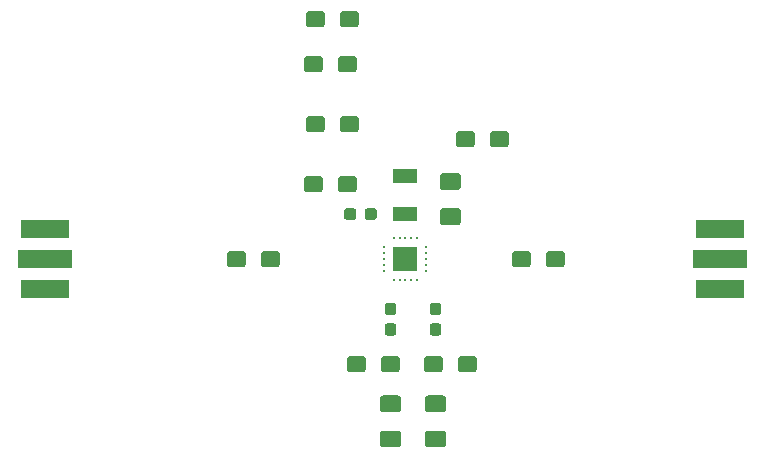
<source format=gbr>
G04 #@! TF.GenerationSoftware,KiCad,Pcbnew,5.1.2-f72e74a~84~ubuntu18.04.1*
G04 #@! TF.CreationDate,2019-07-08T14:48:41+02:00*
G04 #@! TF.ProjectId,ampli_rf_kicad,616d706c-695f-4726-965f-6b696361642e,rev?*
G04 #@! TF.SameCoordinates,Original*
G04 #@! TF.FileFunction,Paste,Top*
G04 #@! TF.FilePolarity,Positive*
%FSLAX46Y46*%
G04 Gerber Fmt 4.6, Leading zero omitted, Abs format (unit mm)*
G04 Created by KiCad (PCBNEW 5.1.2-f72e74a~84~ubuntu18.04.1) date 2019-07-08 14:48:41*
%MOMM*%
%LPD*%
G04 APERTURE LIST*
%ADD10R,4.060000X1.520000*%
%ADD11R,4.600000X1.520000*%
%ADD12R,2.150000X2.150000*%
%ADD13R,0.230000X0.230000*%
%ADD14C,0.100000*%
%ADD15C,1.425000*%
%ADD16C,0.950000*%
%ADD17R,2.000000X1.200000*%
%ADD18C,1.350000*%
G04 APERTURE END LIST*
D10*
X173990000Y-127000000D03*
X173990000Y-121920000D03*
D11*
X173990000Y-124460000D03*
D10*
X116840000Y-121920000D03*
X116840000Y-127000000D03*
D11*
X116840000Y-124460000D03*
D12*
X147320000Y-124460000D03*
D13*
X146320000Y-122675000D03*
X146820000Y-122675000D03*
X147320000Y-122675000D03*
X147820000Y-122675000D03*
X148320000Y-122675000D03*
X149105000Y-123460000D03*
X149105000Y-123960000D03*
X149105000Y-124460000D03*
X149105000Y-124960000D03*
X149105000Y-125460000D03*
X148320000Y-126245000D03*
X147820000Y-126245000D03*
X147320000Y-126245000D03*
X146820000Y-126245000D03*
X146320000Y-126245000D03*
X145535000Y-125460000D03*
X145535000Y-124960000D03*
X145535000Y-124460000D03*
X145535000Y-123960000D03*
X145535000Y-123460000D03*
D14*
G36*
X150509504Y-138988704D02*
G01*
X150533773Y-138992304D01*
X150557571Y-138998265D01*
X150580671Y-139006530D01*
X150602849Y-139017020D01*
X150623893Y-139029633D01*
X150643598Y-139044247D01*
X150661777Y-139060723D01*
X150678253Y-139078902D01*
X150692867Y-139098607D01*
X150705480Y-139119651D01*
X150715970Y-139141829D01*
X150724235Y-139164929D01*
X150730196Y-139188727D01*
X150733796Y-139212996D01*
X150735000Y-139237500D01*
X150735000Y-140162500D01*
X150733796Y-140187004D01*
X150730196Y-140211273D01*
X150724235Y-140235071D01*
X150715970Y-140258171D01*
X150705480Y-140280349D01*
X150692867Y-140301393D01*
X150678253Y-140321098D01*
X150661777Y-140339277D01*
X150643598Y-140355753D01*
X150623893Y-140370367D01*
X150602849Y-140382980D01*
X150580671Y-140393470D01*
X150557571Y-140401735D01*
X150533773Y-140407696D01*
X150509504Y-140411296D01*
X150485000Y-140412500D01*
X149235000Y-140412500D01*
X149210496Y-140411296D01*
X149186227Y-140407696D01*
X149162429Y-140401735D01*
X149139329Y-140393470D01*
X149117151Y-140382980D01*
X149096107Y-140370367D01*
X149076402Y-140355753D01*
X149058223Y-140339277D01*
X149041747Y-140321098D01*
X149027133Y-140301393D01*
X149014520Y-140280349D01*
X149004030Y-140258171D01*
X148995765Y-140235071D01*
X148989804Y-140211273D01*
X148986204Y-140187004D01*
X148985000Y-140162500D01*
X148985000Y-139237500D01*
X148986204Y-139212996D01*
X148989804Y-139188727D01*
X148995765Y-139164929D01*
X149004030Y-139141829D01*
X149014520Y-139119651D01*
X149027133Y-139098607D01*
X149041747Y-139078902D01*
X149058223Y-139060723D01*
X149076402Y-139044247D01*
X149096107Y-139029633D01*
X149117151Y-139017020D01*
X149139329Y-139006530D01*
X149162429Y-138998265D01*
X149186227Y-138992304D01*
X149210496Y-138988704D01*
X149235000Y-138987500D01*
X150485000Y-138987500D01*
X150509504Y-138988704D01*
X150509504Y-138988704D01*
G37*
D15*
X149860000Y-139700000D03*
D14*
G36*
X150509504Y-136013704D02*
G01*
X150533773Y-136017304D01*
X150557571Y-136023265D01*
X150580671Y-136031530D01*
X150602849Y-136042020D01*
X150623893Y-136054633D01*
X150643598Y-136069247D01*
X150661777Y-136085723D01*
X150678253Y-136103902D01*
X150692867Y-136123607D01*
X150705480Y-136144651D01*
X150715970Y-136166829D01*
X150724235Y-136189929D01*
X150730196Y-136213727D01*
X150733796Y-136237996D01*
X150735000Y-136262500D01*
X150735000Y-137187500D01*
X150733796Y-137212004D01*
X150730196Y-137236273D01*
X150724235Y-137260071D01*
X150715970Y-137283171D01*
X150705480Y-137305349D01*
X150692867Y-137326393D01*
X150678253Y-137346098D01*
X150661777Y-137364277D01*
X150643598Y-137380753D01*
X150623893Y-137395367D01*
X150602849Y-137407980D01*
X150580671Y-137418470D01*
X150557571Y-137426735D01*
X150533773Y-137432696D01*
X150509504Y-137436296D01*
X150485000Y-137437500D01*
X149235000Y-137437500D01*
X149210496Y-137436296D01*
X149186227Y-137432696D01*
X149162429Y-137426735D01*
X149139329Y-137418470D01*
X149117151Y-137407980D01*
X149096107Y-137395367D01*
X149076402Y-137380753D01*
X149058223Y-137364277D01*
X149041747Y-137346098D01*
X149027133Y-137326393D01*
X149014520Y-137305349D01*
X149004030Y-137283171D01*
X148995765Y-137260071D01*
X148989804Y-137236273D01*
X148986204Y-137212004D01*
X148985000Y-137187500D01*
X148985000Y-136262500D01*
X148986204Y-136237996D01*
X148989804Y-136213727D01*
X148995765Y-136189929D01*
X149004030Y-136166829D01*
X149014520Y-136144651D01*
X149027133Y-136123607D01*
X149041747Y-136103902D01*
X149058223Y-136085723D01*
X149076402Y-136069247D01*
X149096107Y-136054633D01*
X149117151Y-136042020D01*
X149139329Y-136031530D01*
X149162429Y-136023265D01*
X149186227Y-136017304D01*
X149210496Y-136013704D01*
X149235000Y-136012500D01*
X150485000Y-136012500D01*
X150509504Y-136013704D01*
X150509504Y-136013704D01*
G37*
D15*
X149860000Y-136725000D03*
D14*
G36*
X146699504Y-138988704D02*
G01*
X146723773Y-138992304D01*
X146747571Y-138998265D01*
X146770671Y-139006530D01*
X146792849Y-139017020D01*
X146813893Y-139029633D01*
X146833598Y-139044247D01*
X146851777Y-139060723D01*
X146868253Y-139078902D01*
X146882867Y-139098607D01*
X146895480Y-139119651D01*
X146905970Y-139141829D01*
X146914235Y-139164929D01*
X146920196Y-139188727D01*
X146923796Y-139212996D01*
X146925000Y-139237500D01*
X146925000Y-140162500D01*
X146923796Y-140187004D01*
X146920196Y-140211273D01*
X146914235Y-140235071D01*
X146905970Y-140258171D01*
X146895480Y-140280349D01*
X146882867Y-140301393D01*
X146868253Y-140321098D01*
X146851777Y-140339277D01*
X146833598Y-140355753D01*
X146813893Y-140370367D01*
X146792849Y-140382980D01*
X146770671Y-140393470D01*
X146747571Y-140401735D01*
X146723773Y-140407696D01*
X146699504Y-140411296D01*
X146675000Y-140412500D01*
X145425000Y-140412500D01*
X145400496Y-140411296D01*
X145376227Y-140407696D01*
X145352429Y-140401735D01*
X145329329Y-140393470D01*
X145307151Y-140382980D01*
X145286107Y-140370367D01*
X145266402Y-140355753D01*
X145248223Y-140339277D01*
X145231747Y-140321098D01*
X145217133Y-140301393D01*
X145204520Y-140280349D01*
X145194030Y-140258171D01*
X145185765Y-140235071D01*
X145179804Y-140211273D01*
X145176204Y-140187004D01*
X145175000Y-140162500D01*
X145175000Y-139237500D01*
X145176204Y-139212996D01*
X145179804Y-139188727D01*
X145185765Y-139164929D01*
X145194030Y-139141829D01*
X145204520Y-139119651D01*
X145217133Y-139098607D01*
X145231747Y-139078902D01*
X145248223Y-139060723D01*
X145266402Y-139044247D01*
X145286107Y-139029633D01*
X145307151Y-139017020D01*
X145329329Y-139006530D01*
X145352429Y-138998265D01*
X145376227Y-138992304D01*
X145400496Y-138988704D01*
X145425000Y-138987500D01*
X146675000Y-138987500D01*
X146699504Y-138988704D01*
X146699504Y-138988704D01*
G37*
D15*
X146050000Y-139700000D03*
D14*
G36*
X146699504Y-136013704D02*
G01*
X146723773Y-136017304D01*
X146747571Y-136023265D01*
X146770671Y-136031530D01*
X146792849Y-136042020D01*
X146813893Y-136054633D01*
X146833598Y-136069247D01*
X146851777Y-136085723D01*
X146868253Y-136103902D01*
X146882867Y-136123607D01*
X146895480Y-136144651D01*
X146905970Y-136166829D01*
X146914235Y-136189929D01*
X146920196Y-136213727D01*
X146923796Y-136237996D01*
X146925000Y-136262500D01*
X146925000Y-137187500D01*
X146923796Y-137212004D01*
X146920196Y-137236273D01*
X146914235Y-137260071D01*
X146905970Y-137283171D01*
X146895480Y-137305349D01*
X146882867Y-137326393D01*
X146868253Y-137346098D01*
X146851777Y-137364277D01*
X146833598Y-137380753D01*
X146813893Y-137395367D01*
X146792849Y-137407980D01*
X146770671Y-137418470D01*
X146747571Y-137426735D01*
X146723773Y-137432696D01*
X146699504Y-137436296D01*
X146675000Y-137437500D01*
X145425000Y-137437500D01*
X145400496Y-137436296D01*
X145376227Y-137432696D01*
X145352429Y-137426735D01*
X145329329Y-137418470D01*
X145307151Y-137407980D01*
X145286107Y-137395367D01*
X145266402Y-137380753D01*
X145248223Y-137364277D01*
X145231747Y-137346098D01*
X145217133Y-137326393D01*
X145204520Y-137305349D01*
X145194030Y-137283171D01*
X145185765Y-137260071D01*
X145179804Y-137236273D01*
X145176204Y-137212004D01*
X145175000Y-137187500D01*
X145175000Y-136262500D01*
X145176204Y-136237996D01*
X145179804Y-136213727D01*
X145185765Y-136189929D01*
X145194030Y-136166829D01*
X145204520Y-136144651D01*
X145217133Y-136123607D01*
X145231747Y-136103902D01*
X145248223Y-136085723D01*
X145266402Y-136069247D01*
X145286107Y-136054633D01*
X145307151Y-136042020D01*
X145329329Y-136031530D01*
X145352429Y-136023265D01*
X145376227Y-136017304D01*
X145400496Y-136013704D01*
X145425000Y-136012500D01*
X146675000Y-136012500D01*
X146699504Y-136013704D01*
X146699504Y-136013704D01*
G37*
D15*
X146050000Y-136725000D03*
D14*
G36*
X151779504Y-120156204D02*
G01*
X151803773Y-120159804D01*
X151827571Y-120165765D01*
X151850671Y-120174030D01*
X151872849Y-120184520D01*
X151893893Y-120197133D01*
X151913598Y-120211747D01*
X151931777Y-120228223D01*
X151948253Y-120246402D01*
X151962867Y-120266107D01*
X151975480Y-120287151D01*
X151985970Y-120309329D01*
X151994235Y-120332429D01*
X152000196Y-120356227D01*
X152003796Y-120380496D01*
X152005000Y-120405000D01*
X152005000Y-121330000D01*
X152003796Y-121354504D01*
X152000196Y-121378773D01*
X151994235Y-121402571D01*
X151985970Y-121425671D01*
X151975480Y-121447849D01*
X151962867Y-121468893D01*
X151948253Y-121488598D01*
X151931777Y-121506777D01*
X151913598Y-121523253D01*
X151893893Y-121537867D01*
X151872849Y-121550480D01*
X151850671Y-121560970D01*
X151827571Y-121569235D01*
X151803773Y-121575196D01*
X151779504Y-121578796D01*
X151755000Y-121580000D01*
X150505000Y-121580000D01*
X150480496Y-121578796D01*
X150456227Y-121575196D01*
X150432429Y-121569235D01*
X150409329Y-121560970D01*
X150387151Y-121550480D01*
X150366107Y-121537867D01*
X150346402Y-121523253D01*
X150328223Y-121506777D01*
X150311747Y-121488598D01*
X150297133Y-121468893D01*
X150284520Y-121447849D01*
X150274030Y-121425671D01*
X150265765Y-121402571D01*
X150259804Y-121378773D01*
X150256204Y-121354504D01*
X150255000Y-121330000D01*
X150255000Y-120405000D01*
X150256204Y-120380496D01*
X150259804Y-120356227D01*
X150265765Y-120332429D01*
X150274030Y-120309329D01*
X150284520Y-120287151D01*
X150297133Y-120266107D01*
X150311747Y-120246402D01*
X150328223Y-120228223D01*
X150346402Y-120211747D01*
X150366107Y-120197133D01*
X150387151Y-120184520D01*
X150409329Y-120174030D01*
X150432429Y-120165765D01*
X150456227Y-120159804D01*
X150480496Y-120156204D01*
X150505000Y-120155000D01*
X151755000Y-120155000D01*
X151779504Y-120156204D01*
X151779504Y-120156204D01*
G37*
D15*
X151130000Y-120867500D03*
D14*
G36*
X151779504Y-117181204D02*
G01*
X151803773Y-117184804D01*
X151827571Y-117190765D01*
X151850671Y-117199030D01*
X151872849Y-117209520D01*
X151893893Y-117222133D01*
X151913598Y-117236747D01*
X151931777Y-117253223D01*
X151948253Y-117271402D01*
X151962867Y-117291107D01*
X151975480Y-117312151D01*
X151985970Y-117334329D01*
X151994235Y-117357429D01*
X152000196Y-117381227D01*
X152003796Y-117405496D01*
X152005000Y-117430000D01*
X152005000Y-118355000D01*
X152003796Y-118379504D01*
X152000196Y-118403773D01*
X151994235Y-118427571D01*
X151985970Y-118450671D01*
X151975480Y-118472849D01*
X151962867Y-118493893D01*
X151948253Y-118513598D01*
X151931777Y-118531777D01*
X151913598Y-118548253D01*
X151893893Y-118562867D01*
X151872849Y-118575480D01*
X151850671Y-118585970D01*
X151827571Y-118594235D01*
X151803773Y-118600196D01*
X151779504Y-118603796D01*
X151755000Y-118605000D01*
X150505000Y-118605000D01*
X150480496Y-118603796D01*
X150456227Y-118600196D01*
X150432429Y-118594235D01*
X150409329Y-118585970D01*
X150387151Y-118575480D01*
X150366107Y-118562867D01*
X150346402Y-118548253D01*
X150328223Y-118531777D01*
X150311747Y-118513598D01*
X150297133Y-118493893D01*
X150284520Y-118472849D01*
X150274030Y-118450671D01*
X150265765Y-118427571D01*
X150259804Y-118403773D01*
X150256204Y-118379504D01*
X150255000Y-118355000D01*
X150255000Y-117430000D01*
X150256204Y-117405496D01*
X150259804Y-117381227D01*
X150265765Y-117357429D01*
X150274030Y-117334329D01*
X150284520Y-117312151D01*
X150297133Y-117291107D01*
X150311747Y-117271402D01*
X150328223Y-117253223D01*
X150346402Y-117236747D01*
X150366107Y-117222133D01*
X150387151Y-117209520D01*
X150409329Y-117199030D01*
X150432429Y-117190765D01*
X150456227Y-117184804D01*
X150480496Y-117181204D01*
X150505000Y-117180000D01*
X151755000Y-117180000D01*
X151779504Y-117181204D01*
X151779504Y-117181204D01*
G37*
D15*
X151130000Y-117892500D03*
D14*
G36*
X146310779Y-129891144D02*
G01*
X146333834Y-129894563D01*
X146356443Y-129900227D01*
X146378387Y-129908079D01*
X146399457Y-129918044D01*
X146419448Y-129930026D01*
X146438168Y-129943910D01*
X146455438Y-129959562D01*
X146471090Y-129976832D01*
X146484974Y-129995552D01*
X146496956Y-130015543D01*
X146506921Y-130036613D01*
X146514773Y-130058557D01*
X146520437Y-130081166D01*
X146523856Y-130104221D01*
X146525000Y-130127500D01*
X146525000Y-130702500D01*
X146523856Y-130725779D01*
X146520437Y-130748834D01*
X146514773Y-130771443D01*
X146506921Y-130793387D01*
X146496956Y-130814457D01*
X146484974Y-130834448D01*
X146471090Y-130853168D01*
X146455438Y-130870438D01*
X146438168Y-130886090D01*
X146419448Y-130899974D01*
X146399457Y-130911956D01*
X146378387Y-130921921D01*
X146356443Y-130929773D01*
X146333834Y-130935437D01*
X146310779Y-130938856D01*
X146287500Y-130940000D01*
X145812500Y-130940000D01*
X145789221Y-130938856D01*
X145766166Y-130935437D01*
X145743557Y-130929773D01*
X145721613Y-130921921D01*
X145700543Y-130911956D01*
X145680552Y-130899974D01*
X145661832Y-130886090D01*
X145644562Y-130870438D01*
X145628910Y-130853168D01*
X145615026Y-130834448D01*
X145603044Y-130814457D01*
X145593079Y-130793387D01*
X145585227Y-130771443D01*
X145579563Y-130748834D01*
X145576144Y-130725779D01*
X145575000Y-130702500D01*
X145575000Y-130127500D01*
X145576144Y-130104221D01*
X145579563Y-130081166D01*
X145585227Y-130058557D01*
X145593079Y-130036613D01*
X145603044Y-130015543D01*
X145615026Y-129995552D01*
X145628910Y-129976832D01*
X145644562Y-129959562D01*
X145661832Y-129943910D01*
X145680552Y-129930026D01*
X145700543Y-129918044D01*
X145721613Y-129908079D01*
X145743557Y-129900227D01*
X145766166Y-129894563D01*
X145789221Y-129891144D01*
X145812500Y-129890000D01*
X146287500Y-129890000D01*
X146310779Y-129891144D01*
X146310779Y-129891144D01*
G37*
D16*
X146050000Y-130415000D03*
D14*
G36*
X146310779Y-128141144D02*
G01*
X146333834Y-128144563D01*
X146356443Y-128150227D01*
X146378387Y-128158079D01*
X146399457Y-128168044D01*
X146419448Y-128180026D01*
X146438168Y-128193910D01*
X146455438Y-128209562D01*
X146471090Y-128226832D01*
X146484974Y-128245552D01*
X146496956Y-128265543D01*
X146506921Y-128286613D01*
X146514773Y-128308557D01*
X146520437Y-128331166D01*
X146523856Y-128354221D01*
X146525000Y-128377500D01*
X146525000Y-128952500D01*
X146523856Y-128975779D01*
X146520437Y-128998834D01*
X146514773Y-129021443D01*
X146506921Y-129043387D01*
X146496956Y-129064457D01*
X146484974Y-129084448D01*
X146471090Y-129103168D01*
X146455438Y-129120438D01*
X146438168Y-129136090D01*
X146419448Y-129149974D01*
X146399457Y-129161956D01*
X146378387Y-129171921D01*
X146356443Y-129179773D01*
X146333834Y-129185437D01*
X146310779Y-129188856D01*
X146287500Y-129190000D01*
X145812500Y-129190000D01*
X145789221Y-129188856D01*
X145766166Y-129185437D01*
X145743557Y-129179773D01*
X145721613Y-129171921D01*
X145700543Y-129161956D01*
X145680552Y-129149974D01*
X145661832Y-129136090D01*
X145644562Y-129120438D01*
X145628910Y-129103168D01*
X145615026Y-129084448D01*
X145603044Y-129064457D01*
X145593079Y-129043387D01*
X145585227Y-129021443D01*
X145579563Y-128998834D01*
X145576144Y-128975779D01*
X145575000Y-128952500D01*
X145575000Y-128377500D01*
X145576144Y-128354221D01*
X145579563Y-128331166D01*
X145585227Y-128308557D01*
X145593079Y-128286613D01*
X145603044Y-128265543D01*
X145615026Y-128245552D01*
X145628910Y-128226832D01*
X145644562Y-128209562D01*
X145661832Y-128193910D01*
X145680552Y-128180026D01*
X145700543Y-128168044D01*
X145721613Y-128158079D01*
X145743557Y-128150227D01*
X145766166Y-128144563D01*
X145789221Y-128141144D01*
X145812500Y-128140000D01*
X146287500Y-128140000D01*
X146310779Y-128141144D01*
X146310779Y-128141144D01*
G37*
D16*
X146050000Y-128665000D03*
D14*
G36*
X150120779Y-129891144D02*
G01*
X150143834Y-129894563D01*
X150166443Y-129900227D01*
X150188387Y-129908079D01*
X150209457Y-129918044D01*
X150229448Y-129930026D01*
X150248168Y-129943910D01*
X150265438Y-129959562D01*
X150281090Y-129976832D01*
X150294974Y-129995552D01*
X150306956Y-130015543D01*
X150316921Y-130036613D01*
X150324773Y-130058557D01*
X150330437Y-130081166D01*
X150333856Y-130104221D01*
X150335000Y-130127500D01*
X150335000Y-130702500D01*
X150333856Y-130725779D01*
X150330437Y-130748834D01*
X150324773Y-130771443D01*
X150316921Y-130793387D01*
X150306956Y-130814457D01*
X150294974Y-130834448D01*
X150281090Y-130853168D01*
X150265438Y-130870438D01*
X150248168Y-130886090D01*
X150229448Y-130899974D01*
X150209457Y-130911956D01*
X150188387Y-130921921D01*
X150166443Y-130929773D01*
X150143834Y-130935437D01*
X150120779Y-130938856D01*
X150097500Y-130940000D01*
X149622500Y-130940000D01*
X149599221Y-130938856D01*
X149576166Y-130935437D01*
X149553557Y-130929773D01*
X149531613Y-130921921D01*
X149510543Y-130911956D01*
X149490552Y-130899974D01*
X149471832Y-130886090D01*
X149454562Y-130870438D01*
X149438910Y-130853168D01*
X149425026Y-130834448D01*
X149413044Y-130814457D01*
X149403079Y-130793387D01*
X149395227Y-130771443D01*
X149389563Y-130748834D01*
X149386144Y-130725779D01*
X149385000Y-130702500D01*
X149385000Y-130127500D01*
X149386144Y-130104221D01*
X149389563Y-130081166D01*
X149395227Y-130058557D01*
X149403079Y-130036613D01*
X149413044Y-130015543D01*
X149425026Y-129995552D01*
X149438910Y-129976832D01*
X149454562Y-129959562D01*
X149471832Y-129943910D01*
X149490552Y-129930026D01*
X149510543Y-129918044D01*
X149531613Y-129908079D01*
X149553557Y-129900227D01*
X149576166Y-129894563D01*
X149599221Y-129891144D01*
X149622500Y-129890000D01*
X150097500Y-129890000D01*
X150120779Y-129891144D01*
X150120779Y-129891144D01*
G37*
D16*
X149860000Y-130415000D03*
D14*
G36*
X150120779Y-128141144D02*
G01*
X150143834Y-128144563D01*
X150166443Y-128150227D01*
X150188387Y-128158079D01*
X150209457Y-128168044D01*
X150229448Y-128180026D01*
X150248168Y-128193910D01*
X150265438Y-128209562D01*
X150281090Y-128226832D01*
X150294974Y-128245552D01*
X150306956Y-128265543D01*
X150316921Y-128286613D01*
X150324773Y-128308557D01*
X150330437Y-128331166D01*
X150333856Y-128354221D01*
X150335000Y-128377500D01*
X150335000Y-128952500D01*
X150333856Y-128975779D01*
X150330437Y-128998834D01*
X150324773Y-129021443D01*
X150316921Y-129043387D01*
X150306956Y-129064457D01*
X150294974Y-129084448D01*
X150281090Y-129103168D01*
X150265438Y-129120438D01*
X150248168Y-129136090D01*
X150229448Y-129149974D01*
X150209457Y-129161956D01*
X150188387Y-129171921D01*
X150166443Y-129179773D01*
X150143834Y-129185437D01*
X150120779Y-129188856D01*
X150097500Y-129190000D01*
X149622500Y-129190000D01*
X149599221Y-129188856D01*
X149576166Y-129185437D01*
X149553557Y-129179773D01*
X149531613Y-129171921D01*
X149510543Y-129161956D01*
X149490552Y-129149974D01*
X149471832Y-129136090D01*
X149454562Y-129120438D01*
X149438910Y-129103168D01*
X149425026Y-129084448D01*
X149413044Y-129064457D01*
X149403079Y-129043387D01*
X149395227Y-129021443D01*
X149389563Y-128998834D01*
X149386144Y-128975779D01*
X149385000Y-128952500D01*
X149385000Y-128377500D01*
X149386144Y-128354221D01*
X149389563Y-128331166D01*
X149395227Y-128308557D01*
X149403079Y-128286613D01*
X149413044Y-128265543D01*
X149425026Y-128245552D01*
X149438910Y-128226832D01*
X149454562Y-128209562D01*
X149471832Y-128193910D01*
X149490552Y-128180026D01*
X149510543Y-128168044D01*
X149531613Y-128158079D01*
X149553557Y-128150227D01*
X149576166Y-128144563D01*
X149599221Y-128141144D01*
X149622500Y-128140000D01*
X150097500Y-128140000D01*
X150120779Y-128141144D01*
X150120779Y-128141144D01*
G37*
D16*
X149860000Y-128665000D03*
D14*
G36*
X144695779Y-120176144D02*
G01*
X144718834Y-120179563D01*
X144741443Y-120185227D01*
X144763387Y-120193079D01*
X144784457Y-120203044D01*
X144804448Y-120215026D01*
X144823168Y-120228910D01*
X144840438Y-120244562D01*
X144856090Y-120261832D01*
X144869974Y-120280552D01*
X144881956Y-120300543D01*
X144891921Y-120321613D01*
X144899773Y-120343557D01*
X144905437Y-120366166D01*
X144908856Y-120389221D01*
X144910000Y-120412500D01*
X144910000Y-120887500D01*
X144908856Y-120910779D01*
X144905437Y-120933834D01*
X144899773Y-120956443D01*
X144891921Y-120978387D01*
X144881956Y-120999457D01*
X144869974Y-121019448D01*
X144856090Y-121038168D01*
X144840438Y-121055438D01*
X144823168Y-121071090D01*
X144804448Y-121084974D01*
X144784457Y-121096956D01*
X144763387Y-121106921D01*
X144741443Y-121114773D01*
X144718834Y-121120437D01*
X144695779Y-121123856D01*
X144672500Y-121125000D01*
X144097500Y-121125000D01*
X144074221Y-121123856D01*
X144051166Y-121120437D01*
X144028557Y-121114773D01*
X144006613Y-121106921D01*
X143985543Y-121096956D01*
X143965552Y-121084974D01*
X143946832Y-121071090D01*
X143929562Y-121055438D01*
X143913910Y-121038168D01*
X143900026Y-121019448D01*
X143888044Y-120999457D01*
X143878079Y-120978387D01*
X143870227Y-120956443D01*
X143864563Y-120933834D01*
X143861144Y-120910779D01*
X143860000Y-120887500D01*
X143860000Y-120412500D01*
X143861144Y-120389221D01*
X143864563Y-120366166D01*
X143870227Y-120343557D01*
X143878079Y-120321613D01*
X143888044Y-120300543D01*
X143900026Y-120280552D01*
X143913910Y-120261832D01*
X143929562Y-120244562D01*
X143946832Y-120228910D01*
X143965552Y-120215026D01*
X143985543Y-120203044D01*
X144006613Y-120193079D01*
X144028557Y-120185227D01*
X144051166Y-120179563D01*
X144074221Y-120176144D01*
X144097500Y-120175000D01*
X144672500Y-120175000D01*
X144695779Y-120176144D01*
X144695779Y-120176144D01*
G37*
D16*
X144385000Y-120650000D03*
D14*
G36*
X142945779Y-120176144D02*
G01*
X142968834Y-120179563D01*
X142991443Y-120185227D01*
X143013387Y-120193079D01*
X143034457Y-120203044D01*
X143054448Y-120215026D01*
X143073168Y-120228910D01*
X143090438Y-120244562D01*
X143106090Y-120261832D01*
X143119974Y-120280552D01*
X143131956Y-120300543D01*
X143141921Y-120321613D01*
X143149773Y-120343557D01*
X143155437Y-120366166D01*
X143158856Y-120389221D01*
X143160000Y-120412500D01*
X143160000Y-120887500D01*
X143158856Y-120910779D01*
X143155437Y-120933834D01*
X143149773Y-120956443D01*
X143141921Y-120978387D01*
X143131956Y-120999457D01*
X143119974Y-121019448D01*
X143106090Y-121038168D01*
X143090438Y-121055438D01*
X143073168Y-121071090D01*
X143054448Y-121084974D01*
X143034457Y-121096956D01*
X143013387Y-121106921D01*
X142991443Y-121114773D01*
X142968834Y-121120437D01*
X142945779Y-121123856D01*
X142922500Y-121125000D01*
X142347500Y-121125000D01*
X142324221Y-121123856D01*
X142301166Y-121120437D01*
X142278557Y-121114773D01*
X142256613Y-121106921D01*
X142235543Y-121096956D01*
X142215552Y-121084974D01*
X142196832Y-121071090D01*
X142179562Y-121055438D01*
X142163910Y-121038168D01*
X142150026Y-121019448D01*
X142138044Y-120999457D01*
X142128079Y-120978387D01*
X142120227Y-120956443D01*
X142114563Y-120933834D01*
X142111144Y-120910779D01*
X142110000Y-120887500D01*
X142110000Y-120412500D01*
X142111144Y-120389221D01*
X142114563Y-120366166D01*
X142120227Y-120343557D01*
X142128079Y-120321613D01*
X142138044Y-120300543D01*
X142150026Y-120280552D01*
X142163910Y-120261832D01*
X142179562Y-120244562D01*
X142196832Y-120228910D01*
X142215552Y-120215026D01*
X142235543Y-120203044D01*
X142256613Y-120193079D01*
X142278557Y-120185227D01*
X142301166Y-120179563D01*
X142324221Y-120176144D01*
X142347500Y-120175000D01*
X142922500Y-120175000D01*
X142945779Y-120176144D01*
X142945779Y-120176144D01*
G37*
D16*
X142635000Y-120650000D03*
D17*
X147320000Y-120650000D03*
X147320000Y-117450000D03*
D14*
G36*
X140262005Y-103466204D02*
G01*
X140286273Y-103469804D01*
X140310072Y-103475765D01*
X140333171Y-103484030D01*
X140355350Y-103494520D01*
X140376393Y-103507132D01*
X140396099Y-103521747D01*
X140414277Y-103538223D01*
X140430753Y-103556401D01*
X140445368Y-103576107D01*
X140457980Y-103597150D01*
X140468470Y-103619329D01*
X140476735Y-103642428D01*
X140482696Y-103666227D01*
X140486296Y-103690495D01*
X140487500Y-103714999D01*
X140487500Y-104565001D01*
X140486296Y-104589505D01*
X140482696Y-104613773D01*
X140476735Y-104637572D01*
X140468470Y-104660671D01*
X140457980Y-104682850D01*
X140445368Y-104703893D01*
X140430753Y-104723599D01*
X140414277Y-104741777D01*
X140396099Y-104758253D01*
X140376393Y-104772868D01*
X140355350Y-104785480D01*
X140333171Y-104795970D01*
X140310072Y-104804235D01*
X140286273Y-104810196D01*
X140262005Y-104813796D01*
X140237501Y-104815000D01*
X139162499Y-104815000D01*
X139137995Y-104813796D01*
X139113727Y-104810196D01*
X139089928Y-104804235D01*
X139066829Y-104795970D01*
X139044650Y-104785480D01*
X139023607Y-104772868D01*
X139003901Y-104758253D01*
X138985723Y-104741777D01*
X138969247Y-104723599D01*
X138954632Y-104703893D01*
X138942020Y-104682850D01*
X138931530Y-104660671D01*
X138923265Y-104637572D01*
X138917304Y-104613773D01*
X138913704Y-104589505D01*
X138912500Y-104565001D01*
X138912500Y-103714999D01*
X138913704Y-103690495D01*
X138917304Y-103666227D01*
X138923265Y-103642428D01*
X138931530Y-103619329D01*
X138942020Y-103597150D01*
X138954632Y-103576107D01*
X138969247Y-103556401D01*
X138985723Y-103538223D01*
X139003901Y-103521747D01*
X139023607Y-103507132D01*
X139044650Y-103494520D01*
X139066829Y-103484030D01*
X139089928Y-103475765D01*
X139113727Y-103469804D01*
X139137995Y-103466204D01*
X139162499Y-103465000D01*
X140237501Y-103465000D01*
X140262005Y-103466204D01*
X140262005Y-103466204D01*
G37*
D18*
X139700000Y-104140000D03*
D14*
G36*
X143137005Y-103466204D02*
G01*
X143161273Y-103469804D01*
X143185072Y-103475765D01*
X143208171Y-103484030D01*
X143230350Y-103494520D01*
X143251393Y-103507132D01*
X143271099Y-103521747D01*
X143289277Y-103538223D01*
X143305753Y-103556401D01*
X143320368Y-103576107D01*
X143332980Y-103597150D01*
X143343470Y-103619329D01*
X143351735Y-103642428D01*
X143357696Y-103666227D01*
X143361296Y-103690495D01*
X143362500Y-103714999D01*
X143362500Y-104565001D01*
X143361296Y-104589505D01*
X143357696Y-104613773D01*
X143351735Y-104637572D01*
X143343470Y-104660671D01*
X143332980Y-104682850D01*
X143320368Y-104703893D01*
X143305753Y-104723599D01*
X143289277Y-104741777D01*
X143271099Y-104758253D01*
X143251393Y-104772868D01*
X143230350Y-104785480D01*
X143208171Y-104795970D01*
X143185072Y-104804235D01*
X143161273Y-104810196D01*
X143137005Y-104813796D01*
X143112501Y-104815000D01*
X142037499Y-104815000D01*
X142012995Y-104813796D01*
X141988727Y-104810196D01*
X141964928Y-104804235D01*
X141941829Y-104795970D01*
X141919650Y-104785480D01*
X141898607Y-104772868D01*
X141878901Y-104758253D01*
X141860723Y-104741777D01*
X141844247Y-104723599D01*
X141829632Y-104703893D01*
X141817020Y-104682850D01*
X141806530Y-104660671D01*
X141798265Y-104637572D01*
X141792304Y-104613773D01*
X141788704Y-104589505D01*
X141787500Y-104565001D01*
X141787500Y-103714999D01*
X141788704Y-103690495D01*
X141792304Y-103666227D01*
X141798265Y-103642428D01*
X141806530Y-103619329D01*
X141817020Y-103597150D01*
X141829632Y-103576107D01*
X141844247Y-103556401D01*
X141860723Y-103538223D01*
X141878901Y-103521747D01*
X141898607Y-103507132D01*
X141919650Y-103494520D01*
X141941829Y-103484030D01*
X141964928Y-103475765D01*
X141988727Y-103469804D01*
X142012995Y-103466204D01*
X142037499Y-103465000D01*
X143112501Y-103465000D01*
X143137005Y-103466204D01*
X143137005Y-103466204D01*
G37*
D18*
X142575000Y-104140000D03*
D14*
G36*
X150254505Y-132676204D02*
G01*
X150278773Y-132679804D01*
X150302572Y-132685765D01*
X150325671Y-132694030D01*
X150347850Y-132704520D01*
X150368893Y-132717132D01*
X150388599Y-132731747D01*
X150406777Y-132748223D01*
X150423253Y-132766401D01*
X150437868Y-132786107D01*
X150450480Y-132807150D01*
X150460970Y-132829329D01*
X150469235Y-132852428D01*
X150475196Y-132876227D01*
X150478796Y-132900495D01*
X150480000Y-132924999D01*
X150480000Y-133775001D01*
X150478796Y-133799505D01*
X150475196Y-133823773D01*
X150469235Y-133847572D01*
X150460970Y-133870671D01*
X150450480Y-133892850D01*
X150437868Y-133913893D01*
X150423253Y-133933599D01*
X150406777Y-133951777D01*
X150388599Y-133968253D01*
X150368893Y-133982868D01*
X150347850Y-133995480D01*
X150325671Y-134005970D01*
X150302572Y-134014235D01*
X150278773Y-134020196D01*
X150254505Y-134023796D01*
X150230001Y-134025000D01*
X149154999Y-134025000D01*
X149130495Y-134023796D01*
X149106227Y-134020196D01*
X149082428Y-134014235D01*
X149059329Y-134005970D01*
X149037150Y-133995480D01*
X149016107Y-133982868D01*
X148996401Y-133968253D01*
X148978223Y-133951777D01*
X148961747Y-133933599D01*
X148947132Y-133913893D01*
X148934520Y-133892850D01*
X148924030Y-133870671D01*
X148915765Y-133847572D01*
X148909804Y-133823773D01*
X148906204Y-133799505D01*
X148905000Y-133775001D01*
X148905000Y-132924999D01*
X148906204Y-132900495D01*
X148909804Y-132876227D01*
X148915765Y-132852428D01*
X148924030Y-132829329D01*
X148934520Y-132807150D01*
X148947132Y-132786107D01*
X148961747Y-132766401D01*
X148978223Y-132748223D01*
X148996401Y-132731747D01*
X149016107Y-132717132D01*
X149037150Y-132704520D01*
X149059329Y-132694030D01*
X149082428Y-132685765D01*
X149106227Y-132679804D01*
X149130495Y-132676204D01*
X149154999Y-132675000D01*
X150230001Y-132675000D01*
X150254505Y-132676204D01*
X150254505Y-132676204D01*
G37*
D18*
X149692500Y-133350000D03*
D14*
G36*
X153129505Y-132676204D02*
G01*
X153153773Y-132679804D01*
X153177572Y-132685765D01*
X153200671Y-132694030D01*
X153222850Y-132704520D01*
X153243893Y-132717132D01*
X153263599Y-132731747D01*
X153281777Y-132748223D01*
X153298253Y-132766401D01*
X153312868Y-132786107D01*
X153325480Y-132807150D01*
X153335970Y-132829329D01*
X153344235Y-132852428D01*
X153350196Y-132876227D01*
X153353796Y-132900495D01*
X153355000Y-132924999D01*
X153355000Y-133775001D01*
X153353796Y-133799505D01*
X153350196Y-133823773D01*
X153344235Y-133847572D01*
X153335970Y-133870671D01*
X153325480Y-133892850D01*
X153312868Y-133913893D01*
X153298253Y-133933599D01*
X153281777Y-133951777D01*
X153263599Y-133968253D01*
X153243893Y-133982868D01*
X153222850Y-133995480D01*
X153200671Y-134005970D01*
X153177572Y-134014235D01*
X153153773Y-134020196D01*
X153129505Y-134023796D01*
X153105001Y-134025000D01*
X152029999Y-134025000D01*
X152005495Y-134023796D01*
X151981227Y-134020196D01*
X151957428Y-134014235D01*
X151934329Y-134005970D01*
X151912150Y-133995480D01*
X151891107Y-133982868D01*
X151871401Y-133968253D01*
X151853223Y-133951777D01*
X151836747Y-133933599D01*
X151822132Y-133913893D01*
X151809520Y-133892850D01*
X151799030Y-133870671D01*
X151790765Y-133847572D01*
X151784804Y-133823773D01*
X151781204Y-133799505D01*
X151780000Y-133775001D01*
X151780000Y-132924999D01*
X151781204Y-132900495D01*
X151784804Y-132876227D01*
X151790765Y-132852428D01*
X151799030Y-132829329D01*
X151809520Y-132807150D01*
X151822132Y-132786107D01*
X151836747Y-132766401D01*
X151853223Y-132748223D01*
X151871401Y-132731747D01*
X151891107Y-132717132D01*
X151912150Y-132704520D01*
X151934329Y-132694030D01*
X151957428Y-132685765D01*
X151981227Y-132679804D01*
X152005495Y-132676204D01*
X152029999Y-132675000D01*
X153105001Y-132675000D01*
X153129505Y-132676204D01*
X153129505Y-132676204D01*
G37*
D18*
X152567500Y-133350000D03*
D14*
G36*
X133577005Y-123786204D02*
G01*
X133601273Y-123789804D01*
X133625072Y-123795765D01*
X133648171Y-123804030D01*
X133670350Y-123814520D01*
X133691393Y-123827132D01*
X133711099Y-123841747D01*
X133729277Y-123858223D01*
X133745753Y-123876401D01*
X133760368Y-123896107D01*
X133772980Y-123917150D01*
X133783470Y-123939329D01*
X133791735Y-123962428D01*
X133797696Y-123986227D01*
X133801296Y-124010495D01*
X133802500Y-124034999D01*
X133802500Y-124885001D01*
X133801296Y-124909505D01*
X133797696Y-124933773D01*
X133791735Y-124957572D01*
X133783470Y-124980671D01*
X133772980Y-125002850D01*
X133760368Y-125023893D01*
X133745753Y-125043599D01*
X133729277Y-125061777D01*
X133711099Y-125078253D01*
X133691393Y-125092868D01*
X133670350Y-125105480D01*
X133648171Y-125115970D01*
X133625072Y-125124235D01*
X133601273Y-125130196D01*
X133577005Y-125133796D01*
X133552501Y-125135000D01*
X132477499Y-125135000D01*
X132452995Y-125133796D01*
X132428727Y-125130196D01*
X132404928Y-125124235D01*
X132381829Y-125115970D01*
X132359650Y-125105480D01*
X132338607Y-125092868D01*
X132318901Y-125078253D01*
X132300723Y-125061777D01*
X132284247Y-125043599D01*
X132269632Y-125023893D01*
X132257020Y-125002850D01*
X132246530Y-124980671D01*
X132238265Y-124957572D01*
X132232304Y-124933773D01*
X132228704Y-124909505D01*
X132227500Y-124885001D01*
X132227500Y-124034999D01*
X132228704Y-124010495D01*
X132232304Y-123986227D01*
X132238265Y-123962428D01*
X132246530Y-123939329D01*
X132257020Y-123917150D01*
X132269632Y-123896107D01*
X132284247Y-123876401D01*
X132300723Y-123858223D01*
X132318901Y-123841747D01*
X132338607Y-123827132D01*
X132359650Y-123814520D01*
X132381829Y-123804030D01*
X132404928Y-123795765D01*
X132428727Y-123789804D01*
X132452995Y-123786204D01*
X132477499Y-123785000D01*
X133552501Y-123785000D01*
X133577005Y-123786204D01*
X133577005Y-123786204D01*
G37*
D18*
X133015000Y-124460000D03*
D14*
G36*
X136452005Y-123786204D02*
G01*
X136476273Y-123789804D01*
X136500072Y-123795765D01*
X136523171Y-123804030D01*
X136545350Y-123814520D01*
X136566393Y-123827132D01*
X136586099Y-123841747D01*
X136604277Y-123858223D01*
X136620753Y-123876401D01*
X136635368Y-123896107D01*
X136647980Y-123917150D01*
X136658470Y-123939329D01*
X136666735Y-123962428D01*
X136672696Y-123986227D01*
X136676296Y-124010495D01*
X136677500Y-124034999D01*
X136677500Y-124885001D01*
X136676296Y-124909505D01*
X136672696Y-124933773D01*
X136666735Y-124957572D01*
X136658470Y-124980671D01*
X136647980Y-125002850D01*
X136635368Y-125023893D01*
X136620753Y-125043599D01*
X136604277Y-125061777D01*
X136586099Y-125078253D01*
X136566393Y-125092868D01*
X136545350Y-125105480D01*
X136523171Y-125115970D01*
X136500072Y-125124235D01*
X136476273Y-125130196D01*
X136452005Y-125133796D01*
X136427501Y-125135000D01*
X135352499Y-125135000D01*
X135327995Y-125133796D01*
X135303727Y-125130196D01*
X135279928Y-125124235D01*
X135256829Y-125115970D01*
X135234650Y-125105480D01*
X135213607Y-125092868D01*
X135193901Y-125078253D01*
X135175723Y-125061777D01*
X135159247Y-125043599D01*
X135144632Y-125023893D01*
X135132020Y-125002850D01*
X135121530Y-124980671D01*
X135113265Y-124957572D01*
X135107304Y-124933773D01*
X135103704Y-124909505D01*
X135102500Y-124885001D01*
X135102500Y-124034999D01*
X135103704Y-124010495D01*
X135107304Y-123986227D01*
X135113265Y-123962428D01*
X135121530Y-123939329D01*
X135132020Y-123917150D01*
X135144632Y-123896107D01*
X135159247Y-123876401D01*
X135175723Y-123858223D01*
X135193901Y-123841747D01*
X135213607Y-123827132D01*
X135234650Y-123814520D01*
X135256829Y-123804030D01*
X135279928Y-123795765D01*
X135303727Y-123789804D01*
X135327995Y-123786204D01*
X135352499Y-123785000D01*
X136427501Y-123785000D01*
X136452005Y-123786204D01*
X136452005Y-123786204D01*
G37*
D18*
X135890000Y-124460000D03*
D14*
G36*
X152962005Y-113626204D02*
G01*
X152986273Y-113629804D01*
X153010072Y-113635765D01*
X153033171Y-113644030D01*
X153055350Y-113654520D01*
X153076393Y-113667132D01*
X153096099Y-113681747D01*
X153114277Y-113698223D01*
X153130753Y-113716401D01*
X153145368Y-113736107D01*
X153157980Y-113757150D01*
X153168470Y-113779329D01*
X153176735Y-113802428D01*
X153182696Y-113826227D01*
X153186296Y-113850495D01*
X153187500Y-113874999D01*
X153187500Y-114725001D01*
X153186296Y-114749505D01*
X153182696Y-114773773D01*
X153176735Y-114797572D01*
X153168470Y-114820671D01*
X153157980Y-114842850D01*
X153145368Y-114863893D01*
X153130753Y-114883599D01*
X153114277Y-114901777D01*
X153096099Y-114918253D01*
X153076393Y-114932868D01*
X153055350Y-114945480D01*
X153033171Y-114955970D01*
X153010072Y-114964235D01*
X152986273Y-114970196D01*
X152962005Y-114973796D01*
X152937501Y-114975000D01*
X151862499Y-114975000D01*
X151837995Y-114973796D01*
X151813727Y-114970196D01*
X151789928Y-114964235D01*
X151766829Y-114955970D01*
X151744650Y-114945480D01*
X151723607Y-114932868D01*
X151703901Y-114918253D01*
X151685723Y-114901777D01*
X151669247Y-114883599D01*
X151654632Y-114863893D01*
X151642020Y-114842850D01*
X151631530Y-114820671D01*
X151623265Y-114797572D01*
X151617304Y-114773773D01*
X151613704Y-114749505D01*
X151612500Y-114725001D01*
X151612500Y-113874999D01*
X151613704Y-113850495D01*
X151617304Y-113826227D01*
X151623265Y-113802428D01*
X151631530Y-113779329D01*
X151642020Y-113757150D01*
X151654632Y-113736107D01*
X151669247Y-113716401D01*
X151685723Y-113698223D01*
X151703901Y-113681747D01*
X151723607Y-113667132D01*
X151744650Y-113654520D01*
X151766829Y-113644030D01*
X151789928Y-113635765D01*
X151813727Y-113629804D01*
X151837995Y-113626204D01*
X151862499Y-113625000D01*
X152937501Y-113625000D01*
X152962005Y-113626204D01*
X152962005Y-113626204D01*
G37*
D18*
X152400000Y-114300000D03*
D14*
G36*
X155837005Y-113626204D02*
G01*
X155861273Y-113629804D01*
X155885072Y-113635765D01*
X155908171Y-113644030D01*
X155930350Y-113654520D01*
X155951393Y-113667132D01*
X155971099Y-113681747D01*
X155989277Y-113698223D01*
X156005753Y-113716401D01*
X156020368Y-113736107D01*
X156032980Y-113757150D01*
X156043470Y-113779329D01*
X156051735Y-113802428D01*
X156057696Y-113826227D01*
X156061296Y-113850495D01*
X156062500Y-113874999D01*
X156062500Y-114725001D01*
X156061296Y-114749505D01*
X156057696Y-114773773D01*
X156051735Y-114797572D01*
X156043470Y-114820671D01*
X156032980Y-114842850D01*
X156020368Y-114863893D01*
X156005753Y-114883599D01*
X155989277Y-114901777D01*
X155971099Y-114918253D01*
X155951393Y-114932868D01*
X155930350Y-114945480D01*
X155908171Y-114955970D01*
X155885072Y-114964235D01*
X155861273Y-114970196D01*
X155837005Y-114973796D01*
X155812501Y-114975000D01*
X154737499Y-114975000D01*
X154712995Y-114973796D01*
X154688727Y-114970196D01*
X154664928Y-114964235D01*
X154641829Y-114955970D01*
X154619650Y-114945480D01*
X154598607Y-114932868D01*
X154578901Y-114918253D01*
X154560723Y-114901777D01*
X154544247Y-114883599D01*
X154529632Y-114863893D01*
X154517020Y-114842850D01*
X154506530Y-114820671D01*
X154498265Y-114797572D01*
X154492304Y-114773773D01*
X154488704Y-114749505D01*
X154487500Y-114725001D01*
X154487500Y-113874999D01*
X154488704Y-113850495D01*
X154492304Y-113826227D01*
X154498265Y-113802428D01*
X154506530Y-113779329D01*
X154517020Y-113757150D01*
X154529632Y-113736107D01*
X154544247Y-113716401D01*
X154560723Y-113698223D01*
X154578901Y-113681747D01*
X154598607Y-113667132D01*
X154619650Y-113654520D01*
X154641829Y-113644030D01*
X154664928Y-113635765D01*
X154688727Y-113629804D01*
X154712995Y-113626204D01*
X154737499Y-113625000D01*
X155812501Y-113625000D01*
X155837005Y-113626204D01*
X155837005Y-113626204D01*
G37*
D18*
X155275000Y-114300000D03*
D14*
G36*
X140262005Y-112356204D02*
G01*
X140286273Y-112359804D01*
X140310072Y-112365765D01*
X140333171Y-112374030D01*
X140355350Y-112384520D01*
X140376393Y-112397132D01*
X140396099Y-112411747D01*
X140414277Y-112428223D01*
X140430753Y-112446401D01*
X140445368Y-112466107D01*
X140457980Y-112487150D01*
X140468470Y-112509329D01*
X140476735Y-112532428D01*
X140482696Y-112556227D01*
X140486296Y-112580495D01*
X140487500Y-112604999D01*
X140487500Y-113455001D01*
X140486296Y-113479505D01*
X140482696Y-113503773D01*
X140476735Y-113527572D01*
X140468470Y-113550671D01*
X140457980Y-113572850D01*
X140445368Y-113593893D01*
X140430753Y-113613599D01*
X140414277Y-113631777D01*
X140396099Y-113648253D01*
X140376393Y-113662868D01*
X140355350Y-113675480D01*
X140333171Y-113685970D01*
X140310072Y-113694235D01*
X140286273Y-113700196D01*
X140262005Y-113703796D01*
X140237501Y-113705000D01*
X139162499Y-113705000D01*
X139137995Y-113703796D01*
X139113727Y-113700196D01*
X139089928Y-113694235D01*
X139066829Y-113685970D01*
X139044650Y-113675480D01*
X139023607Y-113662868D01*
X139003901Y-113648253D01*
X138985723Y-113631777D01*
X138969247Y-113613599D01*
X138954632Y-113593893D01*
X138942020Y-113572850D01*
X138931530Y-113550671D01*
X138923265Y-113527572D01*
X138917304Y-113503773D01*
X138913704Y-113479505D01*
X138912500Y-113455001D01*
X138912500Y-112604999D01*
X138913704Y-112580495D01*
X138917304Y-112556227D01*
X138923265Y-112532428D01*
X138931530Y-112509329D01*
X138942020Y-112487150D01*
X138954632Y-112466107D01*
X138969247Y-112446401D01*
X138985723Y-112428223D01*
X139003901Y-112411747D01*
X139023607Y-112397132D01*
X139044650Y-112384520D01*
X139066829Y-112374030D01*
X139089928Y-112365765D01*
X139113727Y-112359804D01*
X139137995Y-112356204D01*
X139162499Y-112355000D01*
X140237501Y-112355000D01*
X140262005Y-112356204D01*
X140262005Y-112356204D01*
G37*
D18*
X139700000Y-113030000D03*
D14*
G36*
X143137005Y-112356204D02*
G01*
X143161273Y-112359804D01*
X143185072Y-112365765D01*
X143208171Y-112374030D01*
X143230350Y-112384520D01*
X143251393Y-112397132D01*
X143271099Y-112411747D01*
X143289277Y-112428223D01*
X143305753Y-112446401D01*
X143320368Y-112466107D01*
X143332980Y-112487150D01*
X143343470Y-112509329D01*
X143351735Y-112532428D01*
X143357696Y-112556227D01*
X143361296Y-112580495D01*
X143362500Y-112604999D01*
X143362500Y-113455001D01*
X143361296Y-113479505D01*
X143357696Y-113503773D01*
X143351735Y-113527572D01*
X143343470Y-113550671D01*
X143332980Y-113572850D01*
X143320368Y-113593893D01*
X143305753Y-113613599D01*
X143289277Y-113631777D01*
X143271099Y-113648253D01*
X143251393Y-113662868D01*
X143230350Y-113675480D01*
X143208171Y-113685970D01*
X143185072Y-113694235D01*
X143161273Y-113700196D01*
X143137005Y-113703796D01*
X143112501Y-113705000D01*
X142037499Y-113705000D01*
X142012995Y-113703796D01*
X141988727Y-113700196D01*
X141964928Y-113694235D01*
X141941829Y-113685970D01*
X141919650Y-113675480D01*
X141898607Y-113662868D01*
X141878901Y-113648253D01*
X141860723Y-113631777D01*
X141844247Y-113613599D01*
X141829632Y-113593893D01*
X141817020Y-113572850D01*
X141806530Y-113550671D01*
X141798265Y-113527572D01*
X141792304Y-113503773D01*
X141788704Y-113479505D01*
X141787500Y-113455001D01*
X141787500Y-112604999D01*
X141788704Y-112580495D01*
X141792304Y-112556227D01*
X141798265Y-112532428D01*
X141806530Y-112509329D01*
X141817020Y-112487150D01*
X141829632Y-112466107D01*
X141844247Y-112446401D01*
X141860723Y-112428223D01*
X141878901Y-112411747D01*
X141898607Y-112397132D01*
X141919650Y-112384520D01*
X141941829Y-112374030D01*
X141964928Y-112365765D01*
X141988727Y-112359804D01*
X142012995Y-112356204D01*
X142037499Y-112355000D01*
X143112501Y-112355000D01*
X143137005Y-112356204D01*
X143137005Y-112356204D01*
G37*
D18*
X142575000Y-113030000D03*
D14*
G36*
X143737005Y-132676204D02*
G01*
X143761273Y-132679804D01*
X143785072Y-132685765D01*
X143808171Y-132694030D01*
X143830350Y-132704520D01*
X143851393Y-132717132D01*
X143871099Y-132731747D01*
X143889277Y-132748223D01*
X143905753Y-132766401D01*
X143920368Y-132786107D01*
X143932980Y-132807150D01*
X143943470Y-132829329D01*
X143951735Y-132852428D01*
X143957696Y-132876227D01*
X143961296Y-132900495D01*
X143962500Y-132924999D01*
X143962500Y-133775001D01*
X143961296Y-133799505D01*
X143957696Y-133823773D01*
X143951735Y-133847572D01*
X143943470Y-133870671D01*
X143932980Y-133892850D01*
X143920368Y-133913893D01*
X143905753Y-133933599D01*
X143889277Y-133951777D01*
X143871099Y-133968253D01*
X143851393Y-133982868D01*
X143830350Y-133995480D01*
X143808171Y-134005970D01*
X143785072Y-134014235D01*
X143761273Y-134020196D01*
X143737005Y-134023796D01*
X143712501Y-134025000D01*
X142637499Y-134025000D01*
X142612995Y-134023796D01*
X142588727Y-134020196D01*
X142564928Y-134014235D01*
X142541829Y-134005970D01*
X142519650Y-133995480D01*
X142498607Y-133982868D01*
X142478901Y-133968253D01*
X142460723Y-133951777D01*
X142444247Y-133933599D01*
X142429632Y-133913893D01*
X142417020Y-133892850D01*
X142406530Y-133870671D01*
X142398265Y-133847572D01*
X142392304Y-133823773D01*
X142388704Y-133799505D01*
X142387500Y-133775001D01*
X142387500Y-132924999D01*
X142388704Y-132900495D01*
X142392304Y-132876227D01*
X142398265Y-132852428D01*
X142406530Y-132829329D01*
X142417020Y-132807150D01*
X142429632Y-132786107D01*
X142444247Y-132766401D01*
X142460723Y-132748223D01*
X142478901Y-132731747D01*
X142498607Y-132717132D01*
X142519650Y-132704520D01*
X142541829Y-132694030D01*
X142564928Y-132685765D01*
X142588727Y-132679804D01*
X142612995Y-132676204D01*
X142637499Y-132675000D01*
X143712501Y-132675000D01*
X143737005Y-132676204D01*
X143737005Y-132676204D01*
G37*
D18*
X143175000Y-133350000D03*
D14*
G36*
X146612005Y-132676204D02*
G01*
X146636273Y-132679804D01*
X146660072Y-132685765D01*
X146683171Y-132694030D01*
X146705350Y-132704520D01*
X146726393Y-132717132D01*
X146746099Y-132731747D01*
X146764277Y-132748223D01*
X146780753Y-132766401D01*
X146795368Y-132786107D01*
X146807980Y-132807150D01*
X146818470Y-132829329D01*
X146826735Y-132852428D01*
X146832696Y-132876227D01*
X146836296Y-132900495D01*
X146837500Y-132924999D01*
X146837500Y-133775001D01*
X146836296Y-133799505D01*
X146832696Y-133823773D01*
X146826735Y-133847572D01*
X146818470Y-133870671D01*
X146807980Y-133892850D01*
X146795368Y-133913893D01*
X146780753Y-133933599D01*
X146764277Y-133951777D01*
X146746099Y-133968253D01*
X146726393Y-133982868D01*
X146705350Y-133995480D01*
X146683171Y-134005970D01*
X146660072Y-134014235D01*
X146636273Y-134020196D01*
X146612005Y-134023796D01*
X146587501Y-134025000D01*
X145512499Y-134025000D01*
X145487995Y-134023796D01*
X145463727Y-134020196D01*
X145439928Y-134014235D01*
X145416829Y-134005970D01*
X145394650Y-133995480D01*
X145373607Y-133982868D01*
X145353901Y-133968253D01*
X145335723Y-133951777D01*
X145319247Y-133933599D01*
X145304632Y-133913893D01*
X145292020Y-133892850D01*
X145281530Y-133870671D01*
X145273265Y-133847572D01*
X145267304Y-133823773D01*
X145263704Y-133799505D01*
X145262500Y-133775001D01*
X145262500Y-132924999D01*
X145263704Y-132900495D01*
X145267304Y-132876227D01*
X145273265Y-132852428D01*
X145281530Y-132829329D01*
X145292020Y-132807150D01*
X145304632Y-132786107D01*
X145319247Y-132766401D01*
X145335723Y-132748223D01*
X145353901Y-132731747D01*
X145373607Y-132717132D01*
X145394650Y-132704520D01*
X145416829Y-132694030D01*
X145439928Y-132685765D01*
X145463727Y-132679804D01*
X145487995Y-132676204D01*
X145512499Y-132675000D01*
X146587501Y-132675000D01*
X146612005Y-132676204D01*
X146612005Y-132676204D01*
G37*
D18*
X146050000Y-133350000D03*
D14*
G36*
X157707005Y-123786204D02*
G01*
X157731273Y-123789804D01*
X157755072Y-123795765D01*
X157778171Y-123804030D01*
X157800350Y-123814520D01*
X157821393Y-123827132D01*
X157841099Y-123841747D01*
X157859277Y-123858223D01*
X157875753Y-123876401D01*
X157890368Y-123896107D01*
X157902980Y-123917150D01*
X157913470Y-123939329D01*
X157921735Y-123962428D01*
X157927696Y-123986227D01*
X157931296Y-124010495D01*
X157932500Y-124034999D01*
X157932500Y-124885001D01*
X157931296Y-124909505D01*
X157927696Y-124933773D01*
X157921735Y-124957572D01*
X157913470Y-124980671D01*
X157902980Y-125002850D01*
X157890368Y-125023893D01*
X157875753Y-125043599D01*
X157859277Y-125061777D01*
X157841099Y-125078253D01*
X157821393Y-125092868D01*
X157800350Y-125105480D01*
X157778171Y-125115970D01*
X157755072Y-125124235D01*
X157731273Y-125130196D01*
X157707005Y-125133796D01*
X157682501Y-125135000D01*
X156607499Y-125135000D01*
X156582995Y-125133796D01*
X156558727Y-125130196D01*
X156534928Y-125124235D01*
X156511829Y-125115970D01*
X156489650Y-125105480D01*
X156468607Y-125092868D01*
X156448901Y-125078253D01*
X156430723Y-125061777D01*
X156414247Y-125043599D01*
X156399632Y-125023893D01*
X156387020Y-125002850D01*
X156376530Y-124980671D01*
X156368265Y-124957572D01*
X156362304Y-124933773D01*
X156358704Y-124909505D01*
X156357500Y-124885001D01*
X156357500Y-124034999D01*
X156358704Y-124010495D01*
X156362304Y-123986227D01*
X156368265Y-123962428D01*
X156376530Y-123939329D01*
X156387020Y-123917150D01*
X156399632Y-123896107D01*
X156414247Y-123876401D01*
X156430723Y-123858223D01*
X156448901Y-123841747D01*
X156468607Y-123827132D01*
X156489650Y-123814520D01*
X156511829Y-123804030D01*
X156534928Y-123795765D01*
X156558727Y-123789804D01*
X156582995Y-123786204D01*
X156607499Y-123785000D01*
X157682501Y-123785000D01*
X157707005Y-123786204D01*
X157707005Y-123786204D01*
G37*
D18*
X157145000Y-124460000D03*
D14*
G36*
X160582005Y-123786204D02*
G01*
X160606273Y-123789804D01*
X160630072Y-123795765D01*
X160653171Y-123804030D01*
X160675350Y-123814520D01*
X160696393Y-123827132D01*
X160716099Y-123841747D01*
X160734277Y-123858223D01*
X160750753Y-123876401D01*
X160765368Y-123896107D01*
X160777980Y-123917150D01*
X160788470Y-123939329D01*
X160796735Y-123962428D01*
X160802696Y-123986227D01*
X160806296Y-124010495D01*
X160807500Y-124034999D01*
X160807500Y-124885001D01*
X160806296Y-124909505D01*
X160802696Y-124933773D01*
X160796735Y-124957572D01*
X160788470Y-124980671D01*
X160777980Y-125002850D01*
X160765368Y-125023893D01*
X160750753Y-125043599D01*
X160734277Y-125061777D01*
X160716099Y-125078253D01*
X160696393Y-125092868D01*
X160675350Y-125105480D01*
X160653171Y-125115970D01*
X160630072Y-125124235D01*
X160606273Y-125130196D01*
X160582005Y-125133796D01*
X160557501Y-125135000D01*
X159482499Y-125135000D01*
X159457995Y-125133796D01*
X159433727Y-125130196D01*
X159409928Y-125124235D01*
X159386829Y-125115970D01*
X159364650Y-125105480D01*
X159343607Y-125092868D01*
X159323901Y-125078253D01*
X159305723Y-125061777D01*
X159289247Y-125043599D01*
X159274632Y-125023893D01*
X159262020Y-125002850D01*
X159251530Y-124980671D01*
X159243265Y-124957572D01*
X159237304Y-124933773D01*
X159233704Y-124909505D01*
X159232500Y-124885001D01*
X159232500Y-124034999D01*
X159233704Y-124010495D01*
X159237304Y-123986227D01*
X159243265Y-123962428D01*
X159251530Y-123939329D01*
X159262020Y-123917150D01*
X159274632Y-123896107D01*
X159289247Y-123876401D01*
X159305723Y-123858223D01*
X159323901Y-123841747D01*
X159343607Y-123827132D01*
X159364650Y-123814520D01*
X159386829Y-123804030D01*
X159409928Y-123795765D01*
X159433727Y-123789804D01*
X159457995Y-123786204D01*
X159482499Y-123785000D01*
X160557501Y-123785000D01*
X160582005Y-123786204D01*
X160582005Y-123786204D01*
G37*
D18*
X160020000Y-124460000D03*
D14*
G36*
X140094505Y-117436204D02*
G01*
X140118773Y-117439804D01*
X140142572Y-117445765D01*
X140165671Y-117454030D01*
X140187850Y-117464520D01*
X140208893Y-117477132D01*
X140228599Y-117491747D01*
X140246777Y-117508223D01*
X140263253Y-117526401D01*
X140277868Y-117546107D01*
X140290480Y-117567150D01*
X140300970Y-117589329D01*
X140309235Y-117612428D01*
X140315196Y-117636227D01*
X140318796Y-117660495D01*
X140320000Y-117684999D01*
X140320000Y-118535001D01*
X140318796Y-118559505D01*
X140315196Y-118583773D01*
X140309235Y-118607572D01*
X140300970Y-118630671D01*
X140290480Y-118652850D01*
X140277868Y-118673893D01*
X140263253Y-118693599D01*
X140246777Y-118711777D01*
X140228599Y-118728253D01*
X140208893Y-118742868D01*
X140187850Y-118755480D01*
X140165671Y-118765970D01*
X140142572Y-118774235D01*
X140118773Y-118780196D01*
X140094505Y-118783796D01*
X140070001Y-118785000D01*
X138994999Y-118785000D01*
X138970495Y-118783796D01*
X138946227Y-118780196D01*
X138922428Y-118774235D01*
X138899329Y-118765970D01*
X138877150Y-118755480D01*
X138856107Y-118742868D01*
X138836401Y-118728253D01*
X138818223Y-118711777D01*
X138801747Y-118693599D01*
X138787132Y-118673893D01*
X138774520Y-118652850D01*
X138764030Y-118630671D01*
X138755765Y-118607572D01*
X138749804Y-118583773D01*
X138746204Y-118559505D01*
X138745000Y-118535001D01*
X138745000Y-117684999D01*
X138746204Y-117660495D01*
X138749804Y-117636227D01*
X138755765Y-117612428D01*
X138764030Y-117589329D01*
X138774520Y-117567150D01*
X138787132Y-117546107D01*
X138801747Y-117526401D01*
X138818223Y-117508223D01*
X138836401Y-117491747D01*
X138856107Y-117477132D01*
X138877150Y-117464520D01*
X138899329Y-117454030D01*
X138922428Y-117445765D01*
X138946227Y-117439804D01*
X138970495Y-117436204D01*
X138994999Y-117435000D01*
X140070001Y-117435000D01*
X140094505Y-117436204D01*
X140094505Y-117436204D01*
G37*
D18*
X139532500Y-118110000D03*
D14*
G36*
X142969505Y-117436204D02*
G01*
X142993773Y-117439804D01*
X143017572Y-117445765D01*
X143040671Y-117454030D01*
X143062850Y-117464520D01*
X143083893Y-117477132D01*
X143103599Y-117491747D01*
X143121777Y-117508223D01*
X143138253Y-117526401D01*
X143152868Y-117546107D01*
X143165480Y-117567150D01*
X143175970Y-117589329D01*
X143184235Y-117612428D01*
X143190196Y-117636227D01*
X143193796Y-117660495D01*
X143195000Y-117684999D01*
X143195000Y-118535001D01*
X143193796Y-118559505D01*
X143190196Y-118583773D01*
X143184235Y-118607572D01*
X143175970Y-118630671D01*
X143165480Y-118652850D01*
X143152868Y-118673893D01*
X143138253Y-118693599D01*
X143121777Y-118711777D01*
X143103599Y-118728253D01*
X143083893Y-118742868D01*
X143062850Y-118755480D01*
X143040671Y-118765970D01*
X143017572Y-118774235D01*
X142993773Y-118780196D01*
X142969505Y-118783796D01*
X142945001Y-118785000D01*
X141869999Y-118785000D01*
X141845495Y-118783796D01*
X141821227Y-118780196D01*
X141797428Y-118774235D01*
X141774329Y-118765970D01*
X141752150Y-118755480D01*
X141731107Y-118742868D01*
X141711401Y-118728253D01*
X141693223Y-118711777D01*
X141676747Y-118693599D01*
X141662132Y-118673893D01*
X141649520Y-118652850D01*
X141639030Y-118630671D01*
X141630765Y-118607572D01*
X141624804Y-118583773D01*
X141621204Y-118559505D01*
X141620000Y-118535001D01*
X141620000Y-117684999D01*
X141621204Y-117660495D01*
X141624804Y-117636227D01*
X141630765Y-117612428D01*
X141639030Y-117589329D01*
X141649520Y-117567150D01*
X141662132Y-117546107D01*
X141676747Y-117526401D01*
X141693223Y-117508223D01*
X141711401Y-117491747D01*
X141731107Y-117477132D01*
X141752150Y-117464520D01*
X141774329Y-117454030D01*
X141797428Y-117445765D01*
X141821227Y-117439804D01*
X141845495Y-117436204D01*
X141869999Y-117435000D01*
X142945001Y-117435000D01*
X142969505Y-117436204D01*
X142969505Y-117436204D01*
G37*
D18*
X142407500Y-118110000D03*
D14*
G36*
X140094505Y-107276204D02*
G01*
X140118773Y-107279804D01*
X140142572Y-107285765D01*
X140165671Y-107294030D01*
X140187850Y-107304520D01*
X140208893Y-107317132D01*
X140228599Y-107331747D01*
X140246777Y-107348223D01*
X140263253Y-107366401D01*
X140277868Y-107386107D01*
X140290480Y-107407150D01*
X140300970Y-107429329D01*
X140309235Y-107452428D01*
X140315196Y-107476227D01*
X140318796Y-107500495D01*
X140320000Y-107524999D01*
X140320000Y-108375001D01*
X140318796Y-108399505D01*
X140315196Y-108423773D01*
X140309235Y-108447572D01*
X140300970Y-108470671D01*
X140290480Y-108492850D01*
X140277868Y-108513893D01*
X140263253Y-108533599D01*
X140246777Y-108551777D01*
X140228599Y-108568253D01*
X140208893Y-108582868D01*
X140187850Y-108595480D01*
X140165671Y-108605970D01*
X140142572Y-108614235D01*
X140118773Y-108620196D01*
X140094505Y-108623796D01*
X140070001Y-108625000D01*
X138994999Y-108625000D01*
X138970495Y-108623796D01*
X138946227Y-108620196D01*
X138922428Y-108614235D01*
X138899329Y-108605970D01*
X138877150Y-108595480D01*
X138856107Y-108582868D01*
X138836401Y-108568253D01*
X138818223Y-108551777D01*
X138801747Y-108533599D01*
X138787132Y-108513893D01*
X138774520Y-108492850D01*
X138764030Y-108470671D01*
X138755765Y-108447572D01*
X138749804Y-108423773D01*
X138746204Y-108399505D01*
X138745000Y-108375001D01*
X138745000Y-107524999D01*
X138746204Y-107500495D01*
X138749804Y-107476227D01*
X138755765Y-107452428D01*
X138764030Y-107429329D01*
X138774520Y-107407150D01*
X138787132Y-107386107D01*
X138801747Y-107366401D01*
X138818223Y-107348223D01*
X138836401Y-107331747D01*
X138856107Y-107317132D01*
X138877150Y-107304520D01*
X138899329Y-107294030D01*
X138922428Y-107285765D01*
X138946227Y-107279804D01*
X138970495Y-107276204D01*
X138994999Y-107275000D01*
X140070001Y-107275000D01*
X140094505Y-107276204D01*
X140094505Y-107276204D01*
G37*
D18*
X139532500Y-107950000D03*
D14*
G36*
X142969505Y-107276204D02*
G01*
X142993773Y-107279804D01*
X143017572Y-107285765D01*
X143040671Y-107294030D01*
X143062850Y-107304520D01*
X143083893Y-107317132D01*
X143103599Y-107331747D01*
X143121777Y-107348223D01*
X143138253Y-107366401D01*
X143152868Y-107386107D01*
X143165480Y-107407150D01*
X143175970Y-107429329D01*
X143184235Y-107452428D01*
X143190196Y-107476227D01*
X143193796Y-107500495D01*
X143195000Y-107524999D01*
X143195000Y-108375001D01*
X143193796Y-108399505D01*
X143190196Y-108423773D01*
X143184235Y-108447572D01*
X143175970Y-108470671D01*
X143165480Y-108492850D01*
X143152868Y-108513893D01*
X143138253Y-108533599D01*
X143121777Y-108551777D01*
X143103599Y-108568253D01*
X143083893Y-108582868D01*
X143062850Y-108595480D01*
X143040671Y-108605970D01*
X143017572Y-108614235D01*
X142993773Y-108620196D01*
X142969505Y-108623796D01*
X142945001Y-108625000D01*
X141869999Y-108625000D01*
X141845495Y-108623796D01*
X141821227Y-108620196D01*
X141797428Y-108614235D01*
X141774329Y-108605970D01*
X141752150Y-108595480D01*
X141731107Y-108582868D01*
X141711401Y-108568253D01*
X141693223Y-108551777D01*
X141676747Y-108533599D01*
X141662132Y-108513893D01*
X141649520Y-108492850D01*
X141639030Y-108470671D01*
X141630765Y-108447572D01*
X141624804Y-108423773D01*
X141621204Y-108399505D01*
X141620000Y-108375001D01*
X141620000Y-107524999D01*
X141621204Y-107500495D01*
X141624804Y-107476227D01*
X141630765Y-107452428D01*
X141639030Y-107429329D01*
X141649520Y-107407150D01*
X141662132Y-107386107D01*
X141676747Y-107366401D01*
X141693223Y-107348223D01*
X141711401Y-107331747D01*
X141731107Y-107317132D01*
X141752150Y-107304520D01*
X141774329Y-107294030D01*
X141797428Y-107285765D01*
X141821227Y-107279804D01*
X141845495Y-107276204D01*
X141869999Y-107275000D01*
X142945001Y-107275000D01*
X142969505Y-107276204D01*
X142969505Y-107276204D01*
G37*
D18*
X142407500Y-107950000D03*
M02*

</source>
